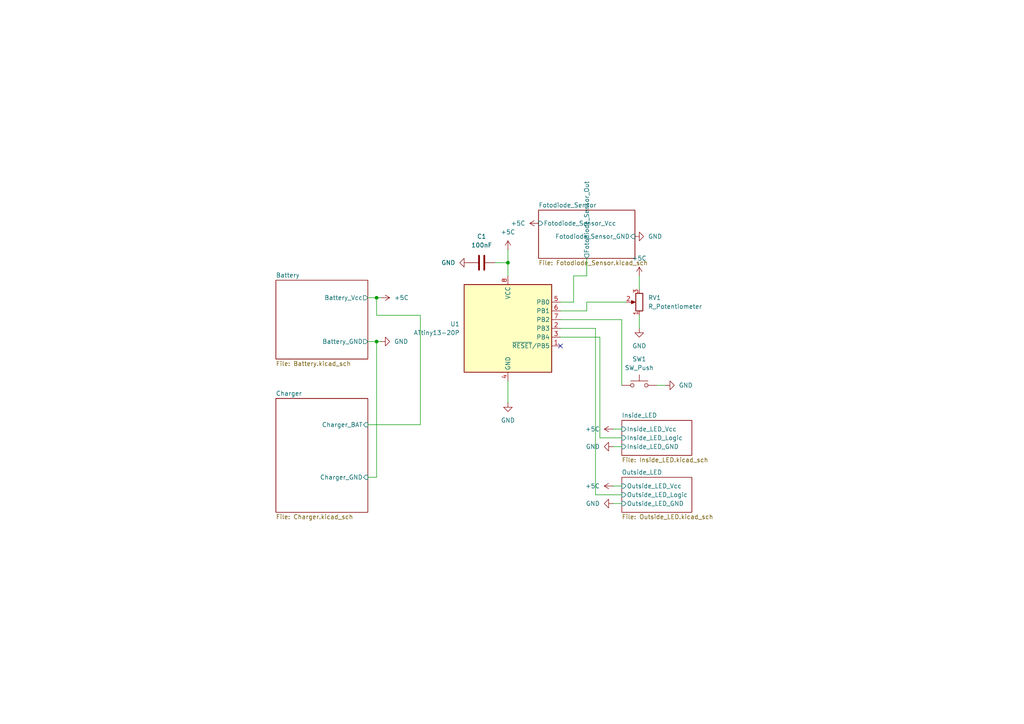
<source format=kicad_sch>
(kicad_sch (version 20231120) (generator "eeschema") (generator_version "8.0")
  (paper "A4")
  (lib_symbols
    (symbol "Device:C" (pin_numbers hide) (pin_names (offset 0.254))
      (property "Reference" "C" (at 0.635 2.54 0))
      (property "Value" "C" (at 0.635 -2.54 0))
      (symbol "C_0_1"
        (polyline (pts (xy -2.032 -0.762) (xy 2.032 -0.762)) (stroke (width 0.508)))
        (polyline (pts (xy -2.032 0.762) (xy 2.032 0.762)) (stroke (width 0.508)))
      )
      (symbol "C_1_1"
        (pin passive line (at 0 3.81 270) (length 2.794) (name "~") (number "1"))
        (pin passive line (at 0 -3.81 90) (length 2.794) (name "~") (number "2"))
      )
    )
    (symbol "Device:R_Potentiometer" (pin_names (offset 1.016) hide)
      (property "Reference" "RV" (at -4.445 0 90))
      (property "Value" "R_Potentiometer" (at -2.54 0 90))
      (symbol "R_Potentiometer_0_1"
        (polyline (pts (xy 2.54 0) (xy 1.524 0)))
        (polyline (pts (xy 1.143 0) (xy 2.286 0.508) (xy 2.286 -0.508) (xy 1.143 0)) (fill (type outline)))
        (rectangle (start 1.016 2.54) (end -1.016 -2.54) (stroke (width 0.254)))
      )
      (symbol "R_Potentiometer_1_1"
        (pin passive line (at 0 3.81 270) (length 1.27) (name "1") (number "1"))
        (pin passive line (at 3.81 0 180) (length 1.27) (name "2") (number "2"))
        (pin passive line (at 0 -3.81 90) (length 1.27) (name "3") (number "3"))
      )
    )
    (symbol "MCU_Microchip_ATtiny:ATtiny13-20P"
      (property "Reference" "U" (at -12.7 13.97 0))
      (property "Value" "ATtiny13-20P" (at 2.54 -13.97 0))
      (symbol "ATtiny13-20P_0_1"
        (rectangle (start -12.7 -12.7) (end 12.7 12.7) (stroke (width 0.254)) (fill (type background)))
      )
      (symbol "ATtiny13-20P_1_1"
        (pin bidirectional line (at 15.24 -5.08 180) (length 2.54) (name "~{RESET}/PB5") (number "1"))
        (pin bidirectional line (at 15.24 0 180) (length 2.54) (name "PB3") (number "2"))
        (pin bidirectional line (at 15.24 -2.54 180) (length 2.54) (name "PB4") (number "3"))
        (pin power_in line (at 0 -15.24 90) (length 2.54) (name "GND") (number "4"))
        (pin bidirectional line (at 15.24 7.62 180) (length 2.54) (name "PB0") (number "5"))
        (pin bidirectional line (at 15.24 5.08 180) (length 2.54) (name "PB1") (number "6"))
        (pin bidirectional line (at 15.24 2.54 180) (length 2.54) (name "PB2") (number "7"))
        (pin power_in line (at 0 15.24 270) (length 2.54) (name "VCC") (number "8"))
      )
    )
    (symbol "Switch:SW_Push" (pin_numbers hide) (pin_names (offset 1.016) hide)
      (property "Reference" "SW" (at 1.27 2.54 0))
      (property "Value" "SW_Push" (at 0 -1.524 0))
      (symbol "SW_Push_0_1"
        (circle (center -2.032 0) (radius 0.508))
        (polyline (pts (xy 0 1.27) (xy 0 3.048)))
        (polyline (pts (xy 2.54 1.27) (xy -2.54 1.27)))
        (circle (center 2.032 0) (radius 0.508))
        (pin passive line (at -5.08 0 0) (length 2.54) (name "1") (number "1"))
        (pin passive line (at 5.08 0 180) (length 2.54) (name "2") (number "2"))
      )
    )
    (symbol "power:+5C" (power) (pin_numbers hide) (pin_names (offset 0) hide)
      (property "Value" "+5C" (at 0 3.556 0))
      (symbol "+5C_0_1"
        (polyline (pts (xy -0.762 1.27) (xy 0 2.54)))
        (polyline (pts (xy 0 0) (xy 0 2.54)))
        (polyline (pts (xy 0 2.54) (xy 0.762 1.27)))
      )
      (symbol "+5C_1_1"
        (pin power_in line (at 0 0 90) (length 0) (name "~") (number "1"))
      )
    )
    (symbol "power:GND" (power) (pin_numbers hide) (pin_names (offset 0) hide)
      (property "Value" "GND" (at 0 -3.81 0))
      (symbol "GND_0_1"
        (polyline (pts (xy 0 0) (xy 0 -1.27) (xy 1.27 -1.27) (xy 0 -2.54) (xy -1.27 -1.27) (xy 0 -1.27)))
      )
      (symbol "GND_1_1"
        (pin power_in line (at 0 0 270) (length 0) (name "~") (number "1"))
      )
    )
  )
  (junction (at 109.22 86.36))
  (junction (at 109.22 99.06))
  (junction (at 147.32 76.2))
  (no_connect (at 162.56 100.33))
  (wire (pts (xy 181.61 87.63) (xy 170.18 87.63)))
  (wire (pts (xy 106.68 138.43) (xy 109.22 138.43)))
  (wire (pts (xy 147.32 76.2) (xy 147.32 80.01)))
  (wire (pts (xy 177.8 140.97) (xy 180.34 140.97)))
  (wire (pts (xy 106.68 123.19) (xy 121.92 123.19)))
  (wire (pts (xy 106.68 86.36) (xy 109.22 86.36)))
  (wire (pts (xy 162.56 97.79) (xy 173.99 97.79)))
  (wire (pts (xy 121.92 91.44) (xy 109.22 91.44)))
  (wire (pts (xy 106.68 99.06) (xy 109.22 99.06)))
  (wire (pts (xy 166.37 87.63) (xy 166.37 80.01)))
  (wire (pts (xy 185.42 80.01) (xy 185.42 83.82)))
  (wire (pts (xy 180.34 127) (xy 173.99 127)))
  (wire (pts (xy 166.37 80.01) (xy 170.18 80.01)))
  (wire (pts (xy 109.22 138.43) (xy 109.22 99.06)))
  (wire (pts (xy 143.51 76.2) (xy 147.32 76.2)))
  (wire (pts (xy 177.8 129.54) (xy 180.34 129.54)))
  (wire (pts (xy 109.22 91.44) (xy 109.22 86.36)))
  (wire (pts (xy 170.18 90.17) (xy 162.56 90.17)))
  (wire (pts (xy 177.8 124.46) (xy 180.34 124.46)))
  (wire (pts (xy 185.42 91.44) (xy 185.42 95.25)))
  (wire (pts (xy 172.72 95.25) (xy 162.56 95.25)))
  (wire (pts (xy 121.92 123.19) (xy 121.92 91.44)))
  (wire (pts (xy 177.8 146.05) (xy 180.34 146.05)))
  (wire (pts (xy 190.5 111.76) (xy 193.04 111.76)))
  (wire (pts (xy 147.32 110.49) (xy 147.32 116.84)))
  (wire (pts (xy 172.72 143.51) (xy 172.72 95.25)))
  (wire (pts (xy 162.56 92.71) (xy 180.34 92.71)))
  (wire (pts (xy 173.99 127) (xy 173.99 97.79)))
  (wire (pts (xy 170.18 87.63) (xy 170.18 90.17)))
  (wire (pts (xy 180.34 143.51) (xy 172.72 143.51)))
  (wire (pts (xy 109.22 86.36) (xy 110.49 86.36)))
  (wire (pts (xy 180.34 92.71) (xy 180.34 111.76)))
  (wire (pts (xy 170.18 74.93) (xy 170.18 80.01)))
  (wire (pts (xy 162.56 87.63) (xy 166.37 87.63)))
  (wire (pts (xy 109.22 99.06) (xy 110.49 99.06)))
  (wire (pts (xy 147.32 72.39) (xy 147.32 76.2)))
  (symbol (lib_id "power:GND") (at 177.8 129.54 270) (unit 1)
    (property "Reference" "#PWR09" (effects (hide yes)))
    (property "Value" "GND" (at 173.99 129.5399 90) (effects (justify right)))
    (property "Description" "Power symbol creates a global label with name \"GND\" , ground" (effects (hide yes)))
  )
  (symbol (lib_id "power:+5C") (at 177.8 140.97 90) (unit 1)
    (property "Reference" "#PWR08" (effects (hide yes)))
    (property "Value" "+5C" (at 173.99 140.9699 90) (effects (justify left)))
    (property "Description" "Power symbol creates a global label with name \"+5C\"" (effects (hide yes)))
  )
  (symbol (lib_id "MCU_Microchip_ATtiny:ATtiny13-20P") (at 147.32 95.25 0) (unit 1)
    (property "Reference" "U1" (at 133.35 93.9799 0) (effects (justify right)))
    (property "Value" "ATtiny13-20P" (at 133.35 96.5199 0) (effects (justify right)))
    (property "Footprint" "Package_DIP:DIP-8_W7.62mm" (effects (hide yes)))
    (property "Datasheet" "http://ww1.microchip.com/downloads/en/DeviceDoc/doc2535.pdf" (effects (hide yes)))
    (property "Description" "20MHz, 1kB Flash, 64B SRAM, 64B EEPROM, debugWIRE, DIP-8" (effects (hide yes)))
  )
  (symbol (lib_id "power:+5C") (at 147.32 72.39 0) (unit 1)
    (property "Reference" "#PWR01" (effects (hide yes)))
    (property "Value" "+5C" (at 147.32 67.31 0))
    (property "Description" "Power symbol creates a global label with name \"+5C\"" (effects (hide yes)))
  )
  (symbol (lib_id "power:GND") (at 185.42 95.25 0) (unit 1)
    (property "Reference" "#PWR04" (effects (hide yes)))
    (property "Value" "GND" (at 185.42 100.33 0))
    (property "Description" "Power symbol creates a global label with name \"GND\" , ground" (effects (hide yes)))
  )
  (symbol (lib_id "power:GND") (at 135.89 76.2 270) (unit 1)
    (property "Reference" "#PWR014" (effects (hide yes)))
    (property "Value" "GND" (at 132.08 76.1999 90) (effects (justify right)))
    (property "Description" "Power symbol creates a global label with name \"GND\" , ground" (effects (hide yes)))
  )
  (symbol (lib_id "power:GND") (at 177.8 146.05 270) (unit 1)
    (property "Reference" "#PWR010" (effects (hide yes)))
    (property "Value" "GND" (at 173.99 146.0499 90) (effects (justify right)))
    (property "Description" "Power symbol creates a global label with name \"GND\" , ground" (effects (hide yes)))
  )
  (symbol (lib_id "Switch:SW_Push") (at 185.42 111.76 0) (unit 1)
    (property "Reference" "SW1" (at 185.42 104.14 0))
    (property "Value" "SW_Push" (at 185.42 106.68 0))
    (property "Footprint" "Button_Switch_SMD:SW_SPST_EVQPE1" (effects (hide yes)))
    (property "Description" "Push button switch, generic, two pins" (effects (hide yes)))
  )
  (symbol (lib_id "power:GND") (at 110.49 99.06 90) (unit 1)
    (property "Reference" "#PWR013" (effects (hide yes)))
    (property "Value" "GND" (at 114.3 99.0599 90) (effects (justify right)))
    (property "Description" "Power symbol creates a global label with name \"GND\" , ground" (effects (hide yes)))
  )
  (symbol (lib_id "power:GND") (at 193.04 111.76 90) (unit 1)
    (property "Reference" "#PWR07" (effects (hide yes)))
    (property "Value" "GND" (at 196.85 111.7599 90) (effects (justify right)))
    (property "Description" "Power symbol creates a global label with name \"GND\" , ground" (effects (hide yes)))
  )
  (symbol (lib_id "power:+5C") (at 185.42 80.01 0) (unit 1)
    (property "Reference" "#PWR03" (effects (hide yes)))
    (property "Value" "+5C" (at 185.42 74.93 0))
    (property "Description" "Power symbol creates a global label with name \"+5C\"" (effects (hide yes)))
  )
  (symbol (lib_id "power:+5C") (at 110.49 86.36 270) (unit 1)
    (property "Reference" "#PWR012" (effects (hide yes)))
    (property "Value" "+5C" (at 114.3 86.3599 90) (effects (justify left)))
    (property "Description" "Power symbol creates a global label with name \"+5C\"" (effects (hide yes)))
  )
  (symbol (lib_id "power:+5C") (at 177.8 124.46 90) (unit 1)
    (property "Reference" "#PWR011" (effects (hide yes)))
    (property "Value" "+5C" (at 173.99 124.4599 90) (effects (justify left)))
    (property "Description" "Power symbol creates a global label with name \"+5C\"" (effects (hide yes)))
  )
  (symbol (lib_id "power:GND") (at 184.15 68.58 90) (unit 1)
    (property "Reference" "#PWR06" (effects (hide yes)))
    (property "Value" "GND" (at 187.96 68.5799 90) (effects (justify right)))
    (property "Description" "Power symbol creates a global label with name \"GND\" , ground" (effects (hide yes)))
  )
  (symbol (lib_id "Device:R_Potentiometer") (at 185.42 87.63 180) (unit 1)
    (property "Reference" "RV1" (at 187.96 86.3599 0) (effects (justify right)))
    (property "Value" "R_Potentiometer" (at 187.96 88.8999 0) (effects (justify right)))
    (property "Footprint" "Potentiometer_SMD:Potentiometer_Bourns_TC33X_Vertical" (effects (hide yes)))
    (property "Description" "Potentiometer" (effects (hide yes)))
  )
  (symbol (lib_id "power:+5C") (at 156.21 64.77 90) (unit 1)
    (property "Reference" "#PWR05" (effects (hide yes)))
    (property "Value" "+5C" (at 152.4 64.7699 90) (effects (justify left)))
    (property "Description" "Power symbol creates a global label with name \"+5C\"" (effects (hide yes)))
  )
  (symbol (lib_id "Device:C") (at 139.7 76.2 90) (unit 1)
    (property "Reference" "C1" (at 139.7 68.58 90))
    (property "Value" "100nF" (at 139.7 71.12 90))
    (property "Footprint" "Capacitor_SMD:C_0603_1608Metric_Pad1.08x0.95mm_HandSolder" (effects (hide yes)))
    (property "Description" "Unpolarized capacitor" (effects (hide yes)))
  )
  (symbol (lib_id "power:GND") (at 147.32 116.84 0) (unit 1)
    (property "Reference" "#PWR02" (effects (hide yes)))
    (property "Value" "GND" (at 147.32 121.92 0))
    (property "Description" "Power symbol creates a global label with name \"GND\" , ground" (effects (hide yes)))
  )
  (sheet (at 180.34 121.92) (size 20.32 10.16) (stroke (width 0.1524))
    (property "Sheetname" "Inside_LED" (at 180.34 121.2084 0) (effects (justify left bottom)))
    (property "Sheetfile" "Inside_LED.kicad_sch" (at 180.34 132.6646 0) (effects (justify left top)))
    (pin "Inside_LED_Vcc" input (at 180.34 124.46 180))
    (pin "Inside_LED_GND" input (at 180.34 129.54 180))
    (pin "Inside_LED_Logic" input (at 180.34 127 180))
  )
  (sheet (at 180.34 138.43) (size 20.32 10.16) (stroke (width 0.1524))
    (property "Sheetname" "Outside_LED" (at 180.34 137.7184 0) (effects (justify left bottom)))
    (property "Sheetfile" "Outside_LED.kicad_sch" (at 180.34 149.1746 0) (effects (justify left top)))
    (pin "Outside_LED_Vcc" input (at 180.34 140.97 180))
    (pin "Outside_LED_GND" input (at 180.34 146.05 180))
    (pin "Outside_LED_Logic" input (at 180.34 143.51 180))
  )
  (sheet (at 80.01 81.28) (size 26.67 22.86) (stroke (width 0.1524))
    (property "Sheetname" "Battery" (at 80.01 80.5684 0) (effects (justify left bottom)))
    (property "Sheetfile" "Battery.kicad_sch" (at 80.01 104.7246 0) (effects (justify left top)))
    (pin "Battery_GND" output (at 106.68 99.06 0))
    (pin "Battery_Vcc" output (at 106.68 86.36 0))
  )
  (sheet (at 156.21 60.96) (size 27.94 13.97) (stroke (width 0.1524))
    (property "Sheetname" "Fotodiode_Sensor" (at 156.21 60.2484 0) (effects (justify left bottom)))
    (property "Sheetfile" "Fotodiode_Sensor.kicad_sch" (at 156.21 75.5146 0) (effects (justify left top)))
    (pin "Fotodiode_Sensor_GND" input (at 184.15 68.58 0))
    (pin "Fotodiode_Sensor_Vcc" input (at 156.21 64.77 180))
    (pin "Fotodiode_Sensor_Out" output (at 170.18 74.93 270))
  )
  (sheet (at 80.01 115.57) (size 26.67 33.02) (stroke (width 0.1524))
    (property "Sheetname" "Charger" (at 80.01 114.8584 0) (effects (justify left bottom)))
    (property "Sheetfile" "Charger.kicad_sch" (at 80.01 149.1746 0) (effects (justify left top)))
    (pin "Charger_BAT" input (at 106.68 123.19 0))
    (pin "Charger_GND" input (at 106.68 138.43 0))
  )
)
</source>
